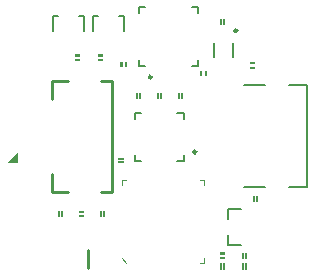
<source format=gto>
G04*
G04 #@! TF.GenerationSoftware,Altium Limited,Altium Designer,21.7.2 (23)*
G04*
G04 Layer_Color=65535*
%FSLAX25Y25*%
%MOIN*%
G70*
G04*
G04 #@! TF.SameCoordinates,B8FF2686-26FE-4676-990D-FFE42A965D4B*
G04*
G04*
G04 #@! TF.FilePolarity,Positive*
G04*
G01*
G75*
%ADD10C,0.00984*%
%ADD11C,0.00394*%
%ADD12C,0.00100*%
%ADD13C,0.00800*%
%ADD14C,0.00200*%
%ADD15C,0.00787*%
%ADD16C,0.01000*%
%ADD17C,0.00600*%
G36*
X91650Y89100D02*
X91300D01*
Y90900D01*
X91650D01*
Y89100D01*
D02*
G37*
G36*
X90700D02*
X90350D01*
Y90900D01*
X90700D01*
Y89100D01*
D02*
G37*
G36*
X50800Y78700D02*
X49500D01*
X49500Y79050D01*
X50800D01*
X50800Y78700D01*
D02*
G37*
G36*
X43300D02*
X42000D01*
Y79050D01*
X43300D01*
Y78700D01*
D02*
G37*
G36*
X50800Y77150D02*
X49500D01*
Y77500D01*
X50800D01*
Y77150D01*
D02*
G37*
G36*
X43300D02*
X42000D01*
X42000Y77500D01*
X43300D01*
X43300Y77150D01*
D02*
G37*
G36*
X101650Y76100D02*
X100350D01*
Y76450D01*
X101650D01*
Y76100D01*
D02*
G37*
G36*
X58950Y75350D02*
X58600Y75350D01*
Y76650D01*
X58950Y76650D01*
Y75350D01*
D02*
G37*
G36*
X57400D02*
X57050D01*
Y76650D01*
X57400D01*
Y75350D01*
D02*
G37*
G36*
X101650Y74550D02*
X100350D01*
X100350Y74900D01*
X101650D01*
X101650Y74550D01*
D02*
G37*
G36*
X85450Y72350D02*
X85100Y72350D01*
Y73650D01*
X85450Y73650D01*
Y72350D01*
D02*
G37*
G36*
X83900D02*
X83550D01*
Y73650D01*
X83900D01*
Y72350D01*
D02*
G37*
G36*
X77500Y64500D02*
X77150D01*
Y66300D01*
X77500D01*
Y64500D01*
D02*
G37*
G36*
X76550D02*
X76200D01*
Y66300D01*
X76550D01*
Y64500D01*
D02*
G37*
G36*
X70500D02*
X70150D01*
Y66300D01*
X70500D01*
Y64500D01*
D02*
G37*
G36*
X69550D02*
X69200D01*
Y66300D01*
X69550D01*
Y64500D01*
D02*
G37*
G36*
X63500D02*
X63150D01*
Y66300D01*
X63500D01*
Y64500D01*
D02*
G37*
G36*
X62550D02*
X62200D01*
Y66300D01*
X62550D01*
Y64500D01*
D02*
G37*
G36*
X57900Y44300D02*
X56100D01*
Y44650D01*
X57900D01*
Y44300D01*
D02*
G37*
G36*
Y43350D02*
X56100D01*
Y43700D01*
X57900D01*
Y43350D01*
D02*
G37*
G36*
X22500Y43200D02*
X19500D01*
X22500Y46200D01*
X22500Y43200D01*
D02*
G37*
G36*
X102650Y30100D02*
X102300D01*
Y31900D01*
X102650D01*
Y30100D01*
D02*
G37*
G36*
X101700D02*
X101350D01*
Y31900D01*
X101700D01*
Y30100D01*
D02*
G37*
G36*
X44650Y26600D02*
X43350D01*
X43350Y26950D01*
X44650D01*
X44650Y26600D01*
D02*
G37*
G36*
X51650Y25100D02*
X51300D01*
Y26900D01*
X51650D01*
Y25100D01*
D02*
G37*
G36*
X50700D02*
X50350D01*
Y26900D01*
X50700D01*
Y25100D01*
D02*
G37*
G36*
X37650D02*
X37300D01*
Y26900D01*
X37650D01*
Y25100D01*
D02*
G37*
G36*
X36700D02*
X36350D01*
Y26900D01*
X36700D01*
Y25100D01*
D02*
G37*
G36*
X44650Y25050D02*
X43350D01*
Y25400D01*
X44650D01*
Y25050D01*
D02*
G37*
G36*
X91650Y12700D02*
X90350D01*
X90350Y13050D01*
X91650D01*
X91650Y12700D01*
D02*
G37*
G36*
X98950Y11200D02*
X98600D01*
Y13000D01*
X98950D01*
Y11200D01*
D02*
G37*
G36*
X98000D02*
X97650D01*
Y13000D01*
X98000D01*
Y11200D01*
D02*
G37*
G36*
X91650Y11150D02*
X90350D01*
Y11500D01*
X91650D01*
Y11150D01*
D02*
G37*
G36*
X98950Y7700D02*
X98600D01*
Y9500D01*
X98950D01*
Y7700D01*
D02*
G37*
G36*
X98000D02*
X97650D01*
Y9500D01*
X98000D01*
Y7700D01*
D02*
G37*
G36*
X91650D02*
X91300D01*
Y9500D01*
X91650D01*
Y7700D01*
D02*
G37*
G36*
X90700D02*
X90350D01*
Y9500D01*
X90700D01*
Y7700D01*
D02*
G37*
D10*
X95992Y87000D02*
G03*
X95992Y87000I-492J0D01*
G01*
X67492Y71500D02*
G03*
X67492Y71500I-492J0D01*
G01*
X82303Y46579D02*
G03*
X82303Y46579I-492J0D01*
G01*
D11*
X57420Y11195D02*
X58995Y9621D01*
X83405Y37179D02*
X84979D01*
Y9621D02*
Y11195D01*
X83405Y9621D02*
X84979D01*
Y35605D02*
Y37179D01*
X57420Y35605D02*
Y37179D01*
X58995D01*
D12*
X91300Y7700D02*
X91650D01*
X91300Y9500D02*
X91650D01*
X91300Y7700D02*
Y9500D01*
X91650Y7700D02*
Y9500D01*
X90350Y7700D02*
Y9500D01*
X90700Y7700D02*
Y9500D01*
X90350Y7700D02*
X90700D01*
X90350Y9500D02*
X90700D01*
X91300Y89100D02*
X91650D01*
X91300Y90900D02*
X91650D01*
X91300Y89100D02*
Y90900D01*
X91650Y89100D02*
Y90900D01*
X90350Y89100D02*
Y90900D01*
X90700Y89100D02*
Y90900D01*
X90350Y89100D02*
X90700D01*
X90350Y90900D02*
X90700D01*
X100350Y74550D02*
X101650D01*
X100350D02*
X100350Y74900D01*
X101650D01*
X101650Y74550D01*
X100350Y76100D02*
Y76450D01*
Y76100D02*
X101650D01*
Y76450D01*
X100350D02*
X101650D01*
X85450Y72350D02*
Y73650D01*
X85100Y72350D02*
X85450Y72350D01*
X85100Y72350D02*
Y73650D01*
X85450Y73650D01*
X83550Y72350D02*
X83900D01*
Y73650D01*
X83550D02*
X83900D01*
X83550Y72350D02*
Y73650D01*
X98600Y11200D02*
X98950D01*
X98600Y13000D02*
X98950D01*
X98600Y11200D02*
Y13000D01*
X98950Y11200D02*
Y13000D01*
X97650Y11200D02*
Y13000D01*
X98000Y11200D02*
Y13000D01*
X97650Y11200D02*
X98000D01*
X97650Y13000D02*
X98000D01*
X98600Y7700D02*
X98950D01*
X98600Y9500D02*
X98950D01*
X98600Y7700D02*
Y9500D01*
X98950Y7700D02*
Y9500D01*
X97650Y7700D02*
Y9500D01*
X98000Y7700D02*
Y9500D01*
X97650Y7700D02*
X98000D01*
X97650Y9500D02*
X98000D01*
X90350Y13050D02*
X91650D01*
X91650Y12700D02*
X91650Y13050D01*
X90350Y12700D02*
X91650D01*
X90350Y13050D02*
X90350Y12700D01*
X91650Y11150D02*
Y11500D01*
X90350D02*
X91650D01*
X90350Y11150D02*
Y11500D01*
Y11150D02*
X91650D01*
X102300Y30100D02*
X102650D01*
X102300Y31900D02*
X102650D01*
X102300Y30100D02*
Y31900D01*
X102650Y30100D02*
Y31900D01*
X101350Y30100D02*
Y31900D01*
X101700Y30100D02*
Y31900D01*
X101350Y30100D02*
X101700D01*
X101350Y31900D02*
X101700D01*
X50350Y26900D02*
X50700D01*
X50350Y25100D02*
X50700D01*
Y26900D01*
X50350Y25100D02*
Y26900D01*
X51650Y25100D02*
Y26900D01*
X51300Y25100D02*
Y26900D01*
X51650D01*
X51300Y25100D02*
X51650D01*
X58950Y75350D02*
Y76650D01*
X58600Y75350D02*
X58950Y75350D01*
X58600Y75350D02*
Y76650D01*
X58950Y76650D01*
X57050Y75350D02*
X57400D01*
Y76650D01*
X57050D02*
X57400D01*
X57050Y75350D02*
Y76650D01*
X49500Y79050D02*
X50800D01*
X50800Y78700D02*
X50800Y79050D01*
X49500Y78700D02*
X50800D01*
X49500Y79050D02*
X49500Y78700D01*
X50800Y77150D02*
Y77500D01*
X49500D02*
X50800D01*
X49500Y77150D02*
Y77500D01*
Y77150D02*
X50800D01*
X42000D02*
X43300D01*
X42000D02*
X42000Y77500D01*
X43300D01*
X43300Y77150D01*
X42000Y78700D02*
Y79050D01*
Y78700D02*
X43300D01*
Y79050D01*
X42000D02*
X43300D01*
X43350Y26950D02*
X44650D01*
X44650Y26600D02*
X44650Y26950D01*
X43350Y26600D02*
X44650D01*
X43350Y26950D02*
X43350Y26600D01*
X44650Y25050D02*
Y25400D01*
X43350D02*
X44650D01*
X43350Y25050D02*
Y25400D01*
Y25050D02*
X44650D01*
X37300Y25100D02*
X37650D01*
X37300Y26900D02*
X37650D01*
X37300Y25100D02*
Y26900D01*
X37650Y25100D02*
Y26900D01*
X36350Y25100D02*
Y26900D01*
X36700Y25100D02*
Y26900D01*
X36350Y25100D02*
X36700D01*
X36350Y26900D02*
X36700D01*
X76200Y66300D02*
X76550D01*
X76200Y64500D02*
X76550D01*
Y66300D01*
X76200Y64500D02*
Y66300D01*
X77500Y64500D02*
Y66300D01*
X77150Y64500D02*
Y66300D01*
X77500D01*
X77150Y64500D02*
X77500D01*
X70150D02*
X70500D01*
X70150Y66300D02*
X70500D01*
X70150Y64500D02*
Y66300D01*
X70500Y64500D02*
Y66300D01*
X69200Y64500D02*
Y66300D01*
X69550Y64500D02*
Y66300D01*
X69200Y64500D02*
X69550D01*
X69200Y66300D02*
X69550D01*
X57900Y44300D02*
Y44650D01*
X56100Y44300D02*
Y44650D01*
Y44300D02*
X57900D01*
X56100Y44650D02*
X57900D01*
X56100Y43350D02*
X57900D01*
X56100Y43700D02*
X57900D01*
Y43350D02*
Y43700D01*
X56100Y43350D02*
Y43700D01*
X62200Y66300D02*
X62550D01*
X62200Y64500D02*
X62550D01*
Y66300D01*
X62200Y64500D02*
Y66300D01*
X63500Y64500D02*
Y66300D01*
X63150Y64500D02*
Y66300D01*
X63500D01*
X63150Y64500D02*
X63500D01*
D13*
X119358Y34772D02*
Y68828D01*
X113340Y34772D02*
X119358D01*
X98340Y34800D02*
X105340D01*
X113340Y68828D02*
X119358D01*
X98340Y68800D02*
X105340D01*
D14*
X22500Y43200D02*
Y46200D01*
X19500Y43200D02*
X22500Y46200D01*
X19500Y43200D02*
X22500D01*
D15*
X88350Y78138D02*
Y82862D01*
X94650Y78138D02*
Y82862D01*
X92957Y24256D02*
Y27602D01*
X97287D01*
X92957Y15398D02*
Y18744D01*
Y15398D02*
X97287D01*
X43095Y92029D02*
X44866D01*
X34420D02*
X36205D01*
X34433Y86714D02*
Y92029D01*
X44866Y86714D02*
Y92029D01*
X56595D02*
X58367D01*
X47920D02*
X49705D01*
X47933Y86714D02*
Y92029D01*
X58367Y86714D02*
Y92029D01*
X78071Y57504D02*
Y59571D01*
X76004D02*
X78071D01*
X61929D02*
X63996D01*
X61929Y57504D02*
Y59571D01*
Y43429D02*
Y45496D01*
Y43429D02*
X63996D01*
X76004D02*
X78071D01*
Y45496D01*
D16*
X50700Y33137D02*
X54200D01*
Y33200D02*
Y70200D01*
X34200Y33137D02*
Y39137D01*
Y33137D02*
X39700D01*
X34200Y64263D02*
Y70263D01*
X39700D01*
X50700D02*
X54200D01*
X46200Y7900D02*
Y14000D01*
D17*
X63150Y94850D02*
X65184D01*
X82850Y92816D02*
Y94850D01*
X63150Y75150D02*
Y77184D01*
X82850Y75150D02*
Y77184D01*
X80816Y94850D02*
X82850D01*
X63150Y92816D02*
Y94850D01*
Y75150D02*
X65184D01*
X80816D02*
X82850D01*
M02*

</source>
